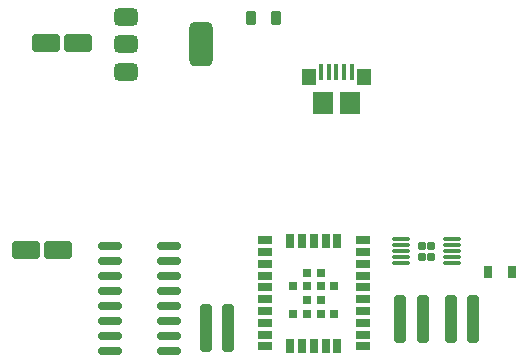
<source format=gtp>
%TF.GenerationSoftware,KiCad,Pcbnew,9.0.0*%
%TF.CreationDate,2025-04-01T00:51:48+01:00*%
%TF.ProjectId,Wireless_bluetooth_speaker,57697265-6c65-4737-935f-626c7565746f,rev?*%
%TF.SameCoordinates,Original*%
%TF.FileFunction,Paste,Top*%
%TF.FilePolarity,Positive*%
%FSLAX46Y46*%
G04 Gerber Fmt 4.6, Leading zero omitted, Abs format (unit mm)*
G04 Created by KiCad (PCBNEW 9.0.0) date 2025-04-01 00:51:48*
%MOMM*%
%LPD*%
G01*
G04 APERTURE LIST*
G04 Aperture macros list*
%AMRoundRect*
0 Rectangle with rounded corners*
0 $1 Rounding radius*
0 $2 $3 $4 $5 $6 $7 $8 $9 X,Y pos of 4 corners*
0 Add a 4 corners polygon primitive as box body*
4,1,4,$2,$3,$4,$5,$6,$7,$8,$9,$2,$3,0*
0 Add four circle primitives for the rounded corners*
1,1,$1+$1,$2,$3*
1,1,$1+$1,$4,$5*
1,1,$1+$1,$6,$7*
1,1,$1+$1,$8,$9*
0 Add four rect primitives between the rounded corners*
20,1,$1+$1,$2,$3,$4,$5,0*
20,1,$1+$1,$4,$5,$6,$7,0*
20,1,$1+$1,$6,$7,$8,$9,0*
20,1,$1+$1,$8,$9,$2,$3,0*%
G04 Aperture macros list end*
%ADD10RoundRect,0.250001X-0.924999X-0.499999X0.924999X-0.499999X0.924999X0.499999X-0.924999X0.499999X0*%
%ADD11RoundRect,0.375000X-0.625000X-0.375000X0.625000X-0.375000X0.625000X0.375000X-0.625000X0.375000X0*%
%ADD12RoundRect,0.500000X-0.500000X-1.400000X0.500000X-1.400000X0.500000X1.400000X-0.500000X1.400000X0*%
%ADD13RoundRect,0.218750X-0.218750X-0.381250X0.218750X-0.381250X0.218750X0.381250X-0.218750X0.381250X0*%
%ADD14RoundRect,0.157500X-0.157500X-0.222500X0.157500X-0.222500X0.157500X0.222500X-0.157500X0.222500X0*%
%ADD15RoundRect,0.075000X-0.650000X-0.075000X0.650000X-0.075000X0.650000X0.075000X-0.650000X0.075000X0*%
%ADD16RoundRect,0.150000X-0.850000X-0.150000X0.850000X-0.150000X0.850000X0.150000X-0.850000X0.150000X0*%
%ADD17R,1.150000X0.700000*%
%ADD18RoundRect,0.035000X-0.540000X-0.315000X0.540000X-0.315000X0.540000X0.315000X-0.540000X0.315000X0*%
%ADD19RoundRect,0.035000X0.315000X-0.540000X0.315000X0.540000X-0.315000X0.540000X-0.315000X-0.540000X0*%
%ADD20RoundRect,0.014000X-0.336000X0.336000X-0.336000X-0.336000X0.336000X-0.336000X0.336000X0.336000X0*%
%ADD21RoundRect,0.250000X-0.262500X-1.775000X0.262500X-1.775000X0.262500X1.775000X-0.262500X1.775000X0*%
%ADD22R,0.400000X1.400000*%
%ADD23R,1.150000X1.450000*%
%ADD24R,1.750000X1.900000*%
%ADD25R,0.800000X1.000000*%
G04 APERTURE END LIST*
D10*
%TO.C,C2*%
X125425001Y-107250000D03*
X128075001Y-107250000D03*
%TD*%
%TO.C,C1*%
X127100000Y-89750000D03*
X129750000Y-89750000D03*
%TD*%
D11*
%TO.C,U3*%
X133875000Y-92150000D03*
D12*
X140175000Y-89850000D03*
D11*
X133875000Y-89850000D03*
X133875000Y-87550000D03*
%TD*%
D13*
%TO.C,L1*%
X146525000Y-87600000D03*
X144400000Y-87600000D03*
%TD*%
D14*
%TO.C,U4*%
X158885000Y-106880000D03*
X158885000Y-107820000D03*
X159665000Y-106880000D03*
X159665000Y-107820000D03*
D15*
X157125000Y-106350000D03*
X157125000Y-106850000D03*
X157125000Y-107350000D03*
X157125000Y-107850000D03*
X157125000Y-108350000D03*
X161425000Y-108350000D03*
X161425000Y-107850000D03*
X161425000Y-107350000D03*
X161425000Y-106850000D03*
X161425000Y-106350000D03*
%TD*%
D16*
%TO.C,U2*%
X132525000Y-106905000D03*
X132525000Y-108175000D03*
X132525000Y-109445000D03*
X132525000Y-110715000D03*
X132525000Y-111985000D03*
X132525000Y-113255000D03*
X132525000Y-114525000D03*
X132525000Y-115795000D03*
X137525000Y-115795000D03*
X137525000Y-114525000D03*
X137525000Y-113255000D03*
X137525000Y-111985000D03*
X137525000Y-110715000D03*
X137525000Y-109445000D03*
X137525000Y-108175000D03*
X137525000Y-106905000D03*
%TD*%
D17*
%TO.C,U1*%
X145625000Y-106425000D03*
D18*
X145625000Y-107425000D03*
X145625000Y-108425000D03*
X145625000Y-109425000D03*
X145625000Y-110425000D03*
X145625000Y-111425000D03*
X145625000Y-112425000D03*
X145625000Y-113425000D03*
X145625000Y-114425000D03*
X145625000Y-115425000D03*
D19*
X147750000Y-115350000D03*
X148750000Y-115350000D03*
X149750000Y-115350000D03*
X150750000Y-115350000D03*
X151750000Y-115350000D03*
D18*
X153875000Y-115425000D03*
X153875000Y-114425000D03*
X153875000Y-113425000D03*
X153875000Y-112425000D03*
X153875000Y-111425000D03*
X153875000Y-110425000D03*
X153875000Y-109425000D03*
X153875000Y-108425000D03*
X153875000Y-107425000D03*
X153875000Y-106425000D03*
D19*
X151750000Y-106500000D03*
X150750000Y-106500000D03*
X149750000Y-106500000D03*
X148750000Y-106500000D03*
X147750000Y-106500000D03*
D20*
X149175000Y-109200000D03*
X150325000Y-109200000D03*
X148025000Y-110350000D03*
X149175000Y-110350000D03*
X150325000Y-110350000D03*
X151475000Y-110350000D03*
X149175000Y-111500000D03*
X150325000Y-111500000D03*
X148025000Y-112650000D03*
X149175000Y-112650000D03*
X150325000Y-112650000D03*
X151475000Y-112650000D03*
%TD*%
D21*
%TO.C,R3*%
X161337500Y-113100000D03*
X163212500Y-113100000D03*
%TD*%
%TO.C,R2*%
X157087500Y-113100000D03*
X158962500Y-113100000D03*
%TD*%
%TO.C,R1*%
X140587500Y-113850000D03*
X142462500Y-113850000D03*
%TD*%
D22*
%TO.C,J1*%
X150350000Y-92200000D03*
X151000000Y-92200000D03*
X151650000Y-92200000D03*
X152300000Y-92200000D03*
X152950000Y-92200000D03*
D23*
X149330000Y-92620000D03*
D24*
X150525000Y-94850000D03*
X152775000Y-94850000D03*
D23*
X153970000Y-92620000D03*
%TD*%
D25*
%TO.C,D1*%
X164525000Y-109100000D03*
X166525000Y-109100000D03*
%TD*%
M02*

</source>
